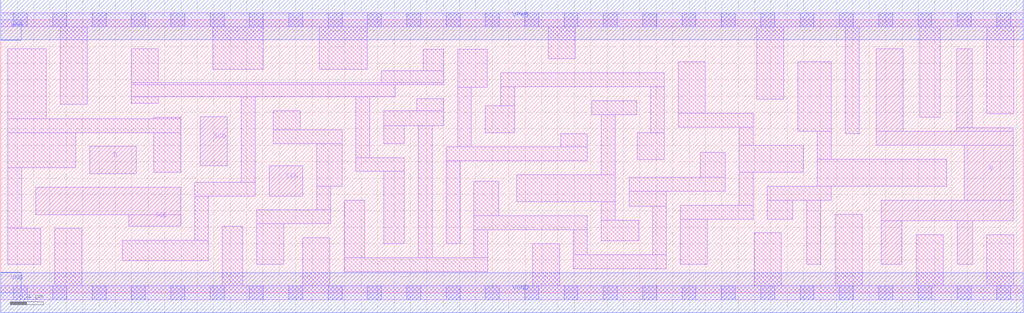
<source format=lef>
# Copyright 2020 The SkyWater PDK Authors
#
# Licensed under the Apache License, Version 2.0 (the "License");
# you may not use this file except in compliance with the License.
# You may obtain a copy of the License at
#
#     https://www.apache.org/licenses/LICENSE-2.0
#
# Unless required by applicable law or agreed to in writing, software
# distributed under the License is distributed on an "AS IS" BASIS,
# WITHOUT WARRANTIES OR CONDITIONS OF ANY KIND, either express or implied.
# See the License for the specific language governing permissions and
# limitations under the License.
#
# SPDX-License-Identifier: Apache-2.0

VERSION 5.5 ;
NAMESCASESENSITIVE ON ;
BUSBITCHARS "[]" ;
DIVIDERCHAR "/" ;
MACRO sky130_fd_sc_ms__sdfxtp_4
  CLASS CORE ;
  SOURCE USER ;
  ORIGIN  0.000000  0.000000 ;
  SIZE  12.48000 BY  3.330000 ;
  SYMMETRY X Y ;
  SITE unit ;
  PIN D
    ANTENNAGATEAREA  0.159000 ;
    DIRECTION INPUT ;
    USE SIGNAL ;
    PORT
      LAYER li1 ;
        RECT 1.085000 1.455000 1.655000 1.785000 ;
    END
  END D
  PIN Q
    ANTENNADIFFAREA  1.149300 ;
    DIRECTION OUTPUT ;
    USE SIGNAL ;
    PORT
      LAYER li1 ;
        RECT 10.685000 1.800000 12.355000 1.970000 ;
        RECT 10.685000 1.970000 11.015000 2.980000 ;
        RECT 10.745000 0.350000 10.995000 0.880000 ;
        RECT 10.745000 0.880000 12.355000 1.130000 ;
        RECT 11.665000 1.970000 12.355000 2.015000 ;
        RECT 11.665000 2.015000 11.855000 2.980000 ;
        RECT 11.675000 0.350000 11.865000 0.880000 ;
        RECT 11.760000 1.130000 12.355000 1.800000 ;
    END
  END Q
  PIN SCD
    ANTENNAGATEAREA  0.159000 ;
    DIRECTION INPUT ;
    USE SIGNAL ;
    PORT
      LAYER li1 ;
        RECT 2.435000 1.550000 2.765000 2.150000 ;
    END
  END SCD
  PIN SCE
    ANTENNAGATEAREA  0.318000 ;
    DIRECTION INPUT ;
    USE SIGNAL ;
    PORT
      LAYER li1 ;
        RECT 0.425000 0.955000 2.195000 1.285000 ;
        RECT 1.565000 0.810000 2.195000 0.955000 ;
    END
  END SCE
  PIN CLK
    ANTENNAGATEAREA  0.279000 ;
    DIRECTION INPUT ;
    USE CLOCK ;
    PORT
      LAYER li1 ;
        RECT 3.275000 1.180000 3.685000 1.550000 ;
    END
  END CLK
  PIN VGND
    DIRECTION INOUT ;
    USE GROUND ;
    PORT
      LAYER met1 ;
        RECT 0.000000 -0.245000 12.480000 0.245000 ;
    END
  END VGND
  PIN VNB
    DIRECTION INOUT ;
    USE GROUND ;
    PORT
    END
  END VNB
  PIN VPB
    DIRECTION INOUT ;
    USE POWER ;
    PORT
    END
  END VPB
  PIN VNB
    DIRECTION INOUT ;
    USE GROUND ;
    PORT
      LAYER met1 ;
        RECT 0.000000 0.000000 0.250000 0.250000 ;
    END
  END VNB
  PIN VPB
    DIRECTION INOUT ;
    USE POWER ;
    PORT
      LAYER met1 ;
        RECT 0.000000 3.080000 0.250000 3.330000 ;
    END
  END VPB
  PIN VPWR
    DIRECTION INOUT ;
    USE POWER ;
    PORT
      LAYER met1 ;
        RECT 0.000000 3.085000 12.480000 3.575000 ;
    END
  END VPWR
  OBS
    LAYER li1 ;
      RECT  0.000000 -0.085000 12.480000 0.085000 ;
      RECT  0.000000  3.245000 12.480000 3.415000 ;
      RECT  0.085000  0.350000  0.490000 0.785000 ;
      RECT  0.085000  0.785000  0.255000 1.525000 ;
      RECT  0.085000  1.525000  0.915000 1.955000 ;
      RECT  0.085000  1.955000  2.195000 2.125000 ;
      RECT  0.085000  2.125000  0.555000 2.980000 ;
      RECT  0.660000  0.085000  0.990000 0.785000 ;
      RECT  0.725000  2.300000  1.055000 3.245000 ;
      RECT  1.480000  0.390000  2.535000 0.640000 ;
      RECT  1.595000  2.310000  1.925000 2.390000 ;
      RECT  1.595000  2.390000  4.815000 2.540000 ;
      RECT  1.595000  2.540000  5.405000 2.560000 ;
      RECT  1.595000  2.560000  1.925000 2.980000 ;
      RECT  1.865000  1.470000  2.195000 1.955000 ;
      RECT  1.865000  2.125000  2.195000 2.140000 ;
      RECT  2.365000  0.640000  2.535000 1.180000 ;
      RECT  2.365000  1.180000  3.105000 1.350000 ;
      RECT  2.585000  2.730000  3.205000 3.245000 ;
      RECT  2.705000  0.085000  2.955000 0.810000 ;
      RECT  2.935000  1.350000  3.105000 2.390000 ;
      RECT  3.125000  0.350000  3.455000 0.840000 ;
      RECT  3.125000  0.840000  4.025000 1.010000 ;
      RECT  3.325000  1.820000  4.165000 1.990000 ;
      RECT  3.325000  1.990000  3.655000 2.220000 ;
      RECT  3.685000  0.085000  4.015000 0.670000 ;
      RECT  3.855000  1.010000  4.025000 1.300000 ;
      RECT  3.855000  1.300000  4.165000 1.820000 ;
      RECT  3.885000  2.730000  4.475000 3.245000 ;
      RECT  4.195000  0.255000  5.945000 0.425000 ;
      RECT  4.195000  0.425000  4.445000 1.130000 ;
      RECT  4.335000  1.480000  4.925000 1.650000 ;
      RECT  4.335000  1.650000  4.505000 2.390000 ;
      RECT  4.645000  2.560000  5.405000 2.710000 ;
      RECT  4.675000  0.595000  4.925000 1.480000 ;
      RECT  4.675000  1.820000  4.925000 2.040000 ;
      RECT  4.675000  2.040000  5.405000 2.220000 ;
      RECT  5.075000  2.220000  5.405000 2.370000 ;
      RECT  5.095000  0.425000  5.265000 2.040000 ;
      RECT  5.155000  2.710000  5.405000 2.970000 ;
      RECT  5.435000  0.595000  5.605000 1.610000 ;
      RECT  5.435000  1.610000  7.160000 1.780000 ;
      RECT  5.575000  1.780000  5.745000 2.510000 ;
      RECT  5.575000  2.510000  5.935000 2.970000 ;
      RECT  5.775000  0.425000  5.945000 0.770000 ;
      RECT  5.775000  0.770000  7.160000 0.940000 ;
      RECT  5.775000  0.940000  6.075000 1.360000 ;
      RECT  5.915000  1.950000  6.275000 2.280000 ;
      RECT  6.105000  2.280000  6.275000 2.515000 ;
      RECT  6.105000  2.515000  8.100000 2.685000 ;
      RECT  6.295000  1.110000  7.500000 1.440000 ;
      RECT  6.490000  0.085000  6.820000 0.600000 ;
      RECT  6.680000  2.855000  7.010000 3.245000 ;
      RECT  6.835000  1.780000  7.160000 1.940000 ;
      RECT  6.990000  0.295000  8.125000 0.465000 ;
      RECT  6.990000  0.465000  7.160000 0.770000 ;
      RECT  7.215000  2.175000  7.760000 2.345000 ;
      RECT  7.330000  0.635000  7.785000 0.885000 ;
      RECT  7.330000  0.885000  7.500000 1.110000 ;
      RECT  7.330000  1.440000  7.500000 2.175000 ;
      RECT  7.670000  1.055000  8.125000 1.240000 ;
      RECT  7.670000  1.240000  8.845000 1.410000 ;
      RECT  7.770000  1.625000  8.100000 1.955000 ;
      RECT  7.930000  1.955000  8.100000 2.515000 ;
      RECT  7.955000  0.465000  8.125000 1.055000 ;
      RECT  8.270000  2.020000  9.185000 2.190000 ;
      RECT  8.270000  2.190000  8.600000 2.820000 ;
      RECT  8.295000  0.350000  8.625000 0.900000 ;
      RECT  8.295000  0.900000  9.185000 1.070000 ;
      RECT  8.535000  1.410000  8.845000 1.715000 ;
      RECT  9.015000  1.070000  9.185000 1.470000 ;
      RECT  9.015000  1.470000  9.795000 1.800000 ;
      RECT  9.015000  1.800000  9.185000 2.020000 ;
      RECT  9.195000  0.085000  9.525000 0.730000 ;
      RECT  9.225000  2.360000  9.555000 3.245000 ;
      RECT  9.355000  0.900000  9.665000 1.130000 ;
      RECT  9.355000  1.130000 10.135000 1.300000 ;
      RECT  9.730000  1.970000 10.135000 2.820000 ;
      RECT  9.835000  0.350000 10.005000 1.130000 ;
      RECT  9.965000  1.300000 11.545000 1.630000 ;
      RECT  9.965000  1.630000 10.135000 1.970000 ;
      RECT 10.185000  0.085000 10.515000 0.960000 ;
      RECT 10.305000  1.940000 10.475000 3.245000 ;
      RECT 11.175000  0.085000 11.505000 0.710000 ;
      RECT 11.215000  2.140000 11.465000 3.245000 ;
      RECT 12.035000  0.085000 12.365000 0.710000 ;
      RECT 12.035000  2.185000 12.365000 3.245000 ;
    LAYER mcon ;
      RECT  0.155000 -0.085000  0.325000 0.085000 ;
      RECT  0.155000  3.245000  0.325000 3.415000 ;
      RECT  0.635000 -0.085000  0.805000 0.085000 ;
      RECT  0.635000  3.245000  0.805000 3.415000 ;
      RECT  1.115000 -0.085000  1.285000 0.085000 ;
      RECT  1.115000  3.245000  1.285000 3.415000 ;
      RECT  1.595000 -0.085000  1.765000 0.085000 ;
      RECT  1.595000  3.245000  1.765000 3.415000 ;
      RECT  2.075000 -0.085000  2.245000 0.085000 ;
      RECT  2.075000  3.245000  2.245000 3.415000 ;
      RECT  2.555000 -0.085000  2.725000 0.085000 ;
      RECT  2.555000  3.245000  2.725000 3.415000 ;
      RECT  3.035000 -0.085000  3.205000 0.085000 ;
      RECT  3.035000  3.245000  3.205000 3.415000 ;
      RECT  3.515000 -0.085000  3.685000 0.085000 ;
      RECT  3.515000  3.245000  3.685000 3.415000 ;
      RECT  3.995000 -0.085000  4.165000 0.085000 ;
      RECT  3.995000  3.245000  4.165000 3.415000 ;
      RECT  4.475000 -0.085000  4.645000 0.085000 ;
      RECT  4.475000  3.245000  4.645000 3.415000 ;
      RECT  4.955000 -0.085000  5.125000 0.085000 ;
      RECT  4.955000  3.245000  5.125000 3.415000 ;
      RECT  5.435000 -0.085000  5.605000 0.085000 ;
      RECT  5.435000  3.245000  5.605000 3.415000 ;
      RECT  5.915000 -0.085000  6.085000 0.085000 ;
      RECT  5.915000  3.245000  6.085000 3.415000 ;
      RECT  6.395000 -0.085000  6.565000 0.085000 ;
      RECT  6.395000  3.245000  6.565000 3.415000 ;
      RECT  6.875000 -0.085000  7.045000 0.085000 ;
      RECT  6.875000  3.245000  7.045000 3.415000 ;
      RECT  7.355000 -0.085000  7.525000 0.085000 ;
      RECT  7.355000  3.245000  7.525000 3.415000 ;
      RECT  7.835000 -0.085000  8.005000 0.085000 ;
      RECT  7.835000  3.245000  8.005000 3.415000 ;
      RECT  8.315000 -0.085000  8.485000 0.085000 ;
      RECT  8.315000  3.245000  8.485000 3.415000 ;
      RECT  8.795000 -0.085000  8.965000 0.085000 ;
      RECT  8.795000  3.245000  8.965000 3.415000 ;
      RECT  9.275000 -0.085000  9.445000 0.085000 ;
      RECT  9.275000  3.245000  9.445000 3.415000 ;
      RECT  9.755000 -0.085000  9.925000 0.085000 ;
      RECT  9.755000  3.245000  9.925000 3.415000 ;
      RECT 10.235000 -0.085000 10.405000 0.085000 ;
      RECT 10.235000  3.245000 10.405000 3.415000 ;
      RECT 10.715000 -0.085000 10.885000 0.085000 ;
      RECT 10.715000  3.245000 10.885000 3.415000 ;
      RECT 11.195000 -0.085000 11.365000 0.085000 ;
      RECT 11.195000  3.245000 11.365000 3.415000 ;
      RECT 11.675000 -0.085000 11.845000 0.085000 ;
      RECT 11.675000  3.245000 11.845000 3.415000 ;
      RECT 12.155000 -0.085000 12.325000 0.085000 ;
      RECT 12.155000  3.245000 12.325000 3.415000 ;
  END
END sky130_fd_sc_ms__sdfxtp_4
END LIBRARY

</source>
